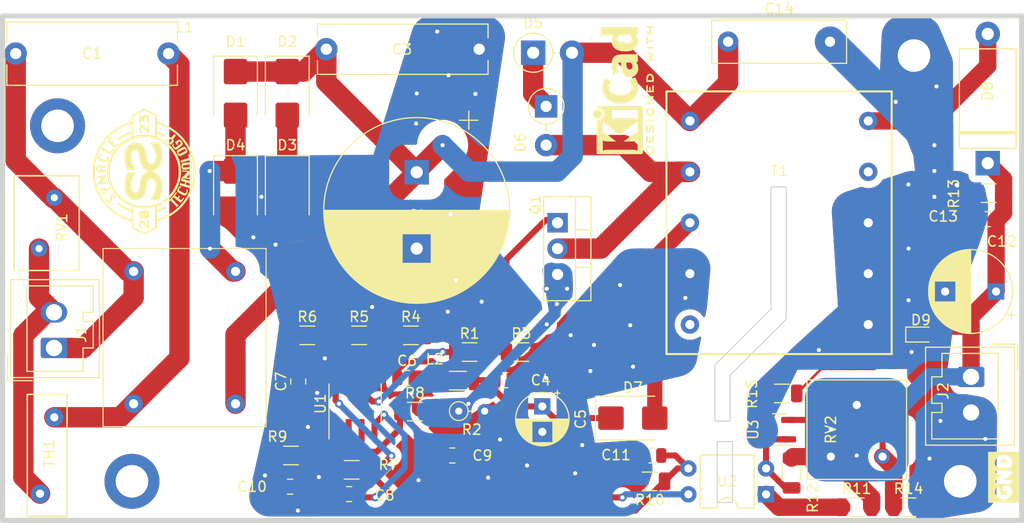
<source format=kicad_pcb>
(kicad_pcb (version 20221018) (generator pcbnew)
  (layers (0 "F.Cu" signal) (31 "B.Cu" signal) (34 "B.Paste" user) (35 "F.Paste" user) (36 "B.SilkS" user "B.Silkscreen") (37 "F.SilkS" user "F.Silkscreen") (38 "B.Mask" user) (39 "F.Mask" user) (44 "Edge.Cuts" user))
  (net 0 "")
  (net 1 "Net-(C1-Pad1)")
  (net 2 "Net-(J1-Pin_1)")
  (net 3 "/D(+)")
  (net 4 "/DGND")
  (net 5 "Net-(D7-K)")
  (net 6 "/18V")
  (net 7 "/5V")
  (net 8 "Net-(U1-RC)")
  (net 9 "/IF")
  (net 10 "/Vfb")
  (net 11 "Net-(U1-COMP)")
  (net 12 "/18V Out")
  (net 13 "/GND")
  (net 14 "Net-(D1-A)")
  (net 15 "Net-(D2-A)")
  (net 16 "Net-(D5-K)")
  (net 17 "Net-(D6-A)")
  (net 18 "Net-(D7-A)")
  (net 19 "Net-(D8-A)")
  (net 20 "Net-(J1-Pin_2)")
  (net 21 "Net-(Q1-G)")
  (net 22 "/ISENSE")
  (net 23 "/Gate")
  (net 24 "Net-(R4-Pad1)")
  (net 25 "Net-(R5-Pad1)")
  (net 26 "Net-(R11-Pad2)")
  (net 27 "Net-(U3-K)")
  (net 28 "Net-(U3-REF)")
  (net 29 "Net-(D9-K)")
  (footprint "Diode_SMD:D_SMB" (layer "F.Cu") (at 129.54 93.59 -90)
    (fp_text reference "D3")
    (fp_text value "S2G" hide)
  )
  (footprint "Varistor:RV_Disc_D9mm_W6.1mm_P5mm" (layer "F.Cu") (at 105.18 99.06 90)
    (fp_text reference "RV1")
    (fp_text value "TVR07471K" hide)
  )
  (footprint "Resistor_SMD:R_1206_3216Metric" (layer "F.Cu") (at 152.5125 109.22)
    (fp_text reference "R3")
    (fp_text value "10K 1/4W" hide)
  )
  (footprint "Capacitor_SMD:C_0805_2012Metric" (layer "F.Cu") (at 129.815132 122.443325 180)
    (fp_text reference "C10")
    (fp_text value "100nF 25V" hide)
  )
  (footprint "Capacitor_SMD:C_0805_2012Metric" (layer "F.Cu") (at 130.612674 112.117253 90)
    (fp_text reference "C7")
    (fp_text value "100nF 25V" hide)
  )
  (footprint "Common_mode:UU10.5" (layer "F.Cu") (at 119.46 107.8)
    (fp_text reference "L1")
    (fp_text value "30mH 2A")
  )
  (footprint "Diode_SMD:D_SMB" (layer "F.Cu") (at 124.46 83.82 -90)
    (fp_text reference "D1")
    (fp_text value "S2G" hide)
  )
  (footprint "Capacitor_SMD:C_0805_2012Metric" (layer "F.Cu") (at 145.73 119.38)
    (fp_text reference "C9")
    (fp_text value "220pF 50V" hide)
  )
  (footprint "Resistor_SMD:R_1206_3216Metric" (layer "F.Cu") (at 147.4325 109.22)
    (fp_text reference "R1")
    (fp_text value "33R 1/4W" hide)
  )
  (footprint "Resistor_SMD:R_1206_3216Metric" (layer "F.Cu") (at 136.590578 107.581566)
    (fp_text reference "R5")
    (fp_text value "100K 1/4W" hide)
  )
  (footprint "Package_SO:SOIC-8_3.9x4.9mm_P1.27mm" (layer "F.Cu") (at 136.195 114.3 90)
    (fp_text reference "U1")
    (fp_text value "UC3842_SOIC8" hide)
  )
  (footprint "Connector_Wago:Wago_734-132_1x02_P3.50mm_Vertical" (layer "F.Cu") (at 196.635706 111.655633 -90)
    (fp_text reference "J2")
    (fp_text value "Screw_Terminal_01x02" hide)
  )
  (footprint "Capacitor_SMD:C_0805_2012Metric" (layer "F.Cu") (at 141.29 111.76)
    (fp_text reference "C6")
    (fp_text value "1uF 25v" hide)
  )
  (footprint "Capacitor_SMD:C_0805_2012Metric" (layer "F.Cu") (at 198.275713 96.166676 180)
    (fp_text reference "C13")
    (fp_text value "1uF 25v" hide)
  )
  (footprint "Diode_THT:D_DO-41_SOD81_P3.81mm_Vertical_AnodeUp" (layer "F.Cu") (at 154.94 85.09 -90)
    (fp_text reference "D6")
    (fp_text value "UF4007" hide)
  )
  (footprint "Capacitor_THT:C_Rect_L16.5mm_W4.7mm_P15.00mm_MKT" (layer "F.Cu") (at 133.371045 79.473437)
    (fp_text reference "C3")
    (fp_text value "100nF 400V" hide)
  )
  (footprint "Package_TO_SOT_THT:TO-220-3_Vertical" (layer "F.Cu") (at 156.061051 96.52 -90)
    (fp_text reference "Q1")
    (fp_text value "6N60N" hide)
  )
  (footprint "Package_DIP:DIP-4_W7.62mm" (layer "F.Cu") (at 176.52 123.195 180)
    (fp_text reference "U2")
    (fp_text value "PC817" hide)
  )
  (footprint "Resistor_SMD:R_1206_3216Metric" (layer "F.Cu") (at 141.670578 107.581566)
    (fp_text reference "R4")
    (fp_text value "100K 1/4W" hide)
  )
  (footprint "Diode_THT:D_DO-15_P3.81mm_Vertical_AnodeUp" (layer "F.Cu") (at 153.67 79.82065)
    (fp_text reference "D5")
    (fp_text value "P6KE200A" hide)
  )
  (footprint "Capacitor_THT:CP_Radial_D18.0mm_P7.50mm" (layer "F.Cu") (at 142.24 91.56 -90)
    (fp_text reference "C2")
    (fp_text value "68uF 400V" hide)
  )
  (footprint "Resistor_SMD:R_1206_3216Metric" (layer "F.Cu") (at 129.90565 119.38 180)
    (fp_text reference "R9")
    (fp_text value "100K 1/4W" hide)
  )
  (footprint "Resistor_SMD:R_1206_3216Metric" (layer "F.Cu") (at 165.1 121.92 180)
    (fp_text reference "R10")
    (fp_text value "1k 1/4W" hide)
  )
  (footprint "Capacitor_THT:CP_Radial_D5.0mm_P2.50mm" (layer "F.Cu") (at 154.568311 114.558398 -90)
    (fp_text reference "C5")
    (fp_text value "47uF 50V" hide)
  )
  (footprint "Resistor_SMD:R_1206_3216Metric" (layer "F.Cu") (at 190.5 124.46)
    (fp_text reference "R14")
    (fp_text value "680R 1/4W" hide)
  )
  (footprint "Resistor_THT:R_Axial_DIN0204_L3.6mm_D1.6mm_P2.54mm_Vertical" (layer "F.Cu") (at 146.368784 115.021838)
    (fp_text reference "R2")
    (fp_text value "0.33R 1/4W" hide)
  )
  (footprint "Connector_Wago:Wago_734-132_1x02_P3.50mm_Vertical" (layer "F.Cu") (at 106.64893 108.820018 90)
    (fp_text reference "J1")
    (fp_text value "Screw_Terminal_01x02" hide)
  )
  (footprint "Resistor_SMD:R_1206_3216Metric" (layer "F.Cu") (at 178.071022 113.284622 180)
    (fp_text reference "R15")
    (fp_text value "4.7k 1/4W" hide)
  )
  (footprint "Diode_SMD:D_SMB" (layer "F.Cu") (at 129.54 83.82 -90)
    (fp_text reference "D2")
    (fp_text value "S2G" hide)
  )
  (footprint "Varistor:RV_Disc_D12mm_W3.9mm_P7.5mm" (layer "F.Cu") (at 106.68 115.63 -90)
    (fp_text reference "TH1")
    (fp_text value "KLS6-MF72-20D11" hide)
  )
  (footprint "Transformer_EE:EE30-10pin" (layer "F.Cu") (at 177.8 96.52)
    (fp_text reference "T1")
    (fp_text value "EE30 0.33mH 50W" hide)
  )
  (footprint "Resistor_SMD:R_1206_3216Metric" (layer "F.Cu") (at 131.510578 107.581566)
    (fp_text reference "R6")
    (fp_text value "100K 1/4W" hide)
  )
  (footprint "Resistor_SMD:R_1206_3216Metric" (layer "F.Cu") (at 185.42 124.46 180)
    (fp_text reference "R11")
    (fp_text value "680R 1/4W" hide)
  )
  (footprint "Resistor_SMD:R_1206_3216Metric" (layer "F.Cu") (at 198.366824 93.615553 180)
    (fp_text reference "R13")
    (fp_text value "2.2k 1/4W" hide)
  )
  (footprint "Resistor_SMD:R_1206_3216Metric" (layer "F.Cu") (at 179.026586 121.101927 90)
    (fp_text reference "R12")
    (fp_text value "4.7k 1/4W" hide)
  )
  (footprint "Package_TO_SOT_SMD:SOT-23" (layer "F.Cu") (at 177.8 116.84 180)
    (fp_text reference "U3")
    (fp_text value "TL431DBZ" hide)
  )
  (footprint "Diode_SMD:D_SMB" (layer "F.Cu") (at 124.46 93.59 -90)
    (fp_text reference "D4")
    (fp_text value "S2G" hide)
  )
  (footprint "Capacitor_THT:C_Rect_L13.0mm_W4.0mm_P10.00mm_FKS3_FKP3_MKS4" (layer "F.Cu") (at 172.8 78.74)
    (fp_text reference "C14")
    (fp_text value "2.2nF 300V" hide)
  )
  (footprint "Capacitor_THT:C_Rect_L16.5mm_W6.0mm_P15.00mm_MKT" (layer "F.Cu") (at 117.892046 79.903714 180)
    (fp_text reference "C1")
    (fp_text value "150nF 305VAC" hide)
  )
  (footprint "Capacitor_THT:CP_Radial_D8.0mm_P5.00mm" (layer "F.Cu") (at 199.095717 103.273374 180)
    (fp_text reference "C12")
    (fp_text value "470uF 25V" hide)
  )
  (footprint "Diode_SMD:D_SMB" (layer "F.Cu") (at 163.453243 115.708543)
    (fp_text reference "D7")
    (fp_text value "ES2D" hide)
  )
  (footprint "Synacle:synacle" (layer "F.Cu") (at 115.5 91.5 90)
    (fp_text reference "G***" hide)
    (fp_text value "LOGO" hide)
  )
  (footprint "silkscreen:GND" (layer "F.Cu") (at 199.741263 121.521506 90)
    (fp_text reference "G***" hide)
    (fp_text value "LOGO" hide)
  )
  (footprint "Capacitor_SMD:C_0805_2012Metric" (layer "F.Cu") (at 165.287012 119.38 180)
    (fp_text reference "C11")
    (fp_text value "100nF 25V" hide)
  )
  (footprint "MountingHole:MountingHole_2.7mm_Pad" (layer "F.Cu") (at 191.036372 80.099981)
    (fp_text reference "REF**" hide)
    (fp_text value "MountingHole_2.7mm_Pad" hide)
  )
  (footprint "Potentiometer_THT:Potentiometer_Bourns_3386F_Vertical" (layer "F.Cu") (at 187.96 119.495 90)
    (fp_text reference "RV2")
    (fp_text value "4.7k")
  )
  (footprint "Resistor_SMD:R_1206_3216Metric" (layer "F.Cu") (at 142.056498 115.067713)
    (fp_text reference "R8")
    (fp_text value "1k 1/4W" hide)
  )
  (footprint "Inductor_SMD:L_1206_3216Metric" (layer "F.Cu") (at 146.280157 112.028181)
    (fp_text reference "L2")
    (fp_text value "100R 100MHz" hide)
  )
  (footprint "" (layer "F.Cu") (at 114.3 121.92)
    (fp_text reference "")
    (fp_text value "")
  )
  (footprint "Capacitor_SMD:C_0805_2012Metric" (layer "F.Cu") (at 135.605269 123.172365 180)
    (fp_text reference "C8")
    (fp_text value "2.2nF 50V" hide)
  )
  (footprint "Diode_SMD:D_0603_1608Metric" (layer "F.Cu") (at 191.714603 107.503762)
    (fp_text reference "D9")
    (fp_text value "LED" hide)
  )
  (footprint "Capacitor_SMD:C_0805_2012Metric" (layer "F.Cu") (at 150.91676 111.987403)
    (fp_text reference "C4")
    (fp_text value "100nF 25V" hide)
  )
  (footprint "Symbol:KiCad-Logo2_5mm_SilkScreen" (layer "F.Cu") (at 162.5 83.5 90)
    (fp_text reference "REF**" hide)
    (fp_text value "KiCad-Logo2_5mm_SilkScreen" hide)
  )
  (footprint "Resistor_SMD:R_1206_3216Metric" (layer "F.Cu") (at 135.852759 120.789164 180)
    (fp_text reference "R7")
    (fp_text value "3.3k 1/4W" hide)
  )
  (footprint "" (layer "F.Cu") (at 195.58 121.92)
    (fp_text reference "")
    (fp_text value "")
  )
  (footprint "Diode_THT:D_DO-27_P12.70mm_Horizontal" (layer "F.Cu") (at 198.275713 90.672179 90)
    (fp_text reference "D8")
    (fp_text value "SB5100L" hide)
  )
  (footprint "" (layer "F.Cu") (at 107 87)
    (fp_text reference "")
    (fp_text value "")
  )
  (gr_line (start 171.730997 118.016749) (end 171.730997 124) (stroke (width 0.1)) (layer "Edge.Cuts"))
  (gr_line (start 173 111.5) (end 178.5 106) (stroke (width 0.1)) (layer "Edge.Cuts"))
  (gr_line (start 173 116) (end 173 111.5) (stroke (width 0.1)) (layer "Edge.Cuts"))
  (gr_line (start 201.6 76.2) (end 201.6 125.76) (stroke (width 0.5)) (layer "Edge.Cuts"))
  (gr_line (start 171.730997 124) (end 173.230997 124) (stroke (width 0.1)) (layer "Edge.Cuts"))
  (gr_line (start 171.5 116) (end 173 116) (stroke (width 0.1)) (layer "Edge.Cuts"))
  (gr_line (start 177 93) (end 177 105) (stroke (width 0.1)) (layer "Edge.Cuts"))
  (gr_line (start 101.6 76.2) (end 201.6 76.2) (stroke (width 0.5)) (layer "Edge.Cuts"))
  (gr_line (start 171.730997 118.016749) (end 173.230997 118.016749) (stroke (width 0.1)) (layer "Edge.Cuts"))
  (gr_line (start 178.5 93) (end 177 93) (stroke (width 0.1)) (layer "Edge.Cuts"))
  (gr_line (start 171.5 110.5) (end 171.5 116) (stroke (width 0.1)) (layer "Edge.Cuts"))
  (gr_line (start 174.5 107.5) (end 171.5 110.5) (stroke (width 0.1)) (layer "Edge.Cuts"))
  (gr_line (start 177 105) (end 174.5 107.5) (stroke (width 0.1)) (layer "Edge.Cuts"))
  (gr_line (start 101.6 76.2) (end 101.6 125.76) (stroke (width 0.5)) (layer "Edge.Cuts"))
  (gr_line (start 101.6 125.76) (end 201.6 125.76) (stroke (width 0.5)) (layer "Edge.Cuts"))
  (gr_line (start 173.230997 118.016749) (end 173.230997 124) (stroke (width 0.1)) (layer "Edge.Cuts"))
  (gr_line (start 178.5 106) (end 178.5 93) (stroke (width 0.1)) (layer "Edge.Cuts"))
  (segment (start 106.68 115.63) (end 113.13 115.63) (width 2) (layer "F.Cu") (net 1))
  (segment (start 114.46 114.3) (end 118.96 109.8) (width 2) (layer "F.Cu") (net 1))
  (segment (start 113.13 115.63) (end 114.46 114.3) (width 2) (layer "F.Cu") (net 1))
  (segment (start 118.96 109.8) (end 118.96 80.971668) (width 2) (layer "F.Cu") (net 1))
  (segment (start 118.96 80.971668) (end 117.892046 79.903714) (width 2) (layer "F.Cu") (net 1))
  (segment (start 114.46 101.3) (end 114.46 103.87291) (width 2) (layer "F.Cu") (net 2))
  (segment (start 102.892046 90.409869) (end 106.611089 94.128912) (width 2) (layer "F.Cu") (net 2))
  (segment (start 113.92 101.3) (end 106.68 94.06) (width 2) (layer "F.Cu") (net 2))
  (segment (start 102.892046 79.903714) (end 102.892046 90.409869) (width 2) (layer "F.Cu") (net 2))
  (segment (start 114.46 101.3) (end 113.92 101.3) (width 2) (layer "F.Cu") (net 2))
  (segment (start 109.512892 108.820018) (end 111.706455 106.626455) (width 2) (layer "F.Cu") (net 2))
  (segment (start 106.64893 108.820018) (end 109.512892 108.820018) (width 2) (layer "F.Cu") (net 2))
  (segment (start 114.46 103.87291) (end 111.706455 106.626455) (width 2) (layer "F.Cu") (net 2))
  (segment (start 162.35065 79.82065) (end 157.48 79.82065) (width 2) (layer "F.Cu") (net 3))
  (segment (start 129.54 81.67) (end 131.174482 81.67) (width 2) (layer "F.Cu") (net 3))
  (segment (start 133.371045 79.473437) (end 133.371045 82.691045) (width 2) (layer "F.Cu") (net 3))
  (segment (start 142.24 91.56) (end 135.69 98.11) (width 2) (layer "F.Cu") (net 3))
  (segment (start 132.454846 104.14) (end 130.048078 106.546768) (width 2) (layer "F.Cu") (net 3))
  (segment (start 131.174482 81.67) (end 133.371045 79.473437) (width 2) (layer "F.Cu") (net 3))
  (segment (start 132.792288 104.14) (end 132.454846 104.14) (width 2) (layer "F.Cu") (net 3))
  (segment (start 124.46 81.67) (end 129.54 81.67) (width 2) (layer "F.Cu") (net 3))
  (segment (start 142.24 91.56) (end 142.24 91.44) (width 2) (layer "F.Cu") (net 3))
  (segment (start 133.371045 82.691045) (end 142.24 91.56) (width 2) (layer "F.Cu") (net 3))
  (segment (start 135.69 101.242288) (end 132.792288 104.14) (width 2) (layer "F.Cu") (net 3))
  (segment (start 169.05 86.52) (end 162.35065 79.82065) (width 2) (layer "F.Cu") (net 3))
  (segment (start 135.69 98.11) (end 135.69 101.242288) (width 2) (layer "F.Cu") (net 3))
  (segment (start 142.24 91.44) (end 144.78 88.9) (width 2) (layer "F.Cu") (net 3))
  (segment (start 130.048078 106.546768) (end 130.048078 107.581566) (width 2) (layer "F.Cu") (net 3))
  (segment (start 172.8 78.74) (end 172.8 82.77) (width 2) (layer "F.Cu") (net 3))
  (segment (start 172.8 82.77) (end 169.05 86.52) (width 2) (layer "F.Cu") (net 3))
  (via (at 144.78 88.9) (size 0.8) (drill 0.4) (layers "F.Cu" "B.Cu") (net 3))
  (segment (start 144.78 88.9) (end 147.38 91.5) (width 2) (layer "B.Cu") (net 3))
  (segment (start 147.38 91.5) (end 156.016956 91.5) (width 2) (layer "B.Cu") (net 3))
  (segment (start 157.54 89.976956) (end 157.54 79.88065) (width 2) (layer "B.Cu") (net 3))
  (segment (start 156.016956 91.5) (end 157.54 89.976956) (width 2) (layer "B.Cu") (net 3))
  (segment (start 157.54 79.88065) (end 157.48 79.82065) (width 2) (layer "B.Cu") (net 3))
  (via (at 157.348632 107.575004) (size 0.8) (drill 0.4) (layers "F.Cu" "B.Cu") (net 4))
  (via (at 145.285574 105.255566) (size 0.8) (drill 0.4) (layers "F.Cu" "B.Cu") (net 4))
  (via (at 142.178341 86.773399) (size 0.8) (drill 0.4) (layers "F.Cu" "B.Cu") (net 4))
  (via (at 163.192088 106.587934) (size 0.8) (drill 0.4) (layers "F.Cu" "B.Cu") (net 4))
  (via (at 128.38549 98.668859) (size 0.8) (drill 0.4) (layers "F.Cu" "B.Cu") (net 4))
  (via (at 149.249972 121.556517) (size 0.8) (drill 0.4) (layers "F.Cu" "B.Cu") (net 4))
  (via (at 158.483064 118.360766) (size 0.8) (drill 0.4) (layers "F.Cu" "B.Cu") (net 4))
  (via (at 159.28329 111.088973) (size 0.8) (drill 0.4) (layers "F.Cu" "B.Cu") (net 4))
  (via (at 142.24 83.82) (size 0.8) (drill 0.4) (layers "F.Cu" "B.Cu") (net 4))
  (via (at 145.362093 82.031112) (size 0.8) (drill 0.4) (layers "F.Cu" "B.Cu") (net 4))
  (via (at 127 93.98) (size 0.8) (drill 0.4) (layers "F.Cu" "B.Cu") (net 4))
  (via (at 144.24612 77.74306) (size 0.8) (drill 0.4) (layers "F.Cu" "B.Cu") (net 4))
  (via (at 142.42458 121.806264) (size 0.8) (drill 0.4) (layers "F.Cu" "B.Cu") (net 4))
  (via (at 145.563051 95.661491) (size 0.8) (drill 0.4) (layers "F.Cu" "B.Cu") (net 4))
  (via (at 150.419357 117.814487) (size 0.8) (drill 0.4) (layers "F.Cu" "B.Cu") (net 4))
  (via (at 132.641825 121.49863) (size 0.8) (drill 0.4) (layers "F.Cu" "B.Cu") (net 4))
  (via (at 153.068709 120.360385) (size 0.8) (drill 0.4) (layers "F.Cu" "B.Cu") (net 4))
  (via (at 126.211049 97.952573) (size 0.8) (drill 0.4) (layers "F.Cu" "B.Cu") (net 4))
  (via (at 137.8716 104.794115) (size 0.8) (drill 0.4) (layers "F.Cu" "B.Cu") (net 4))
  (via (at 157.786479 121.127742) (size 0.8) (drill 0.4) (layers "F.Cu" "B.Cu") (net 4))
  (via (at 163.468467 110.654663) (size 0.8) (drill 0.4) (layers "F.Cu" "B.Cu") (net 4))
  (via (at 133.226329 109.839309) (size 0.8) (drill 0.4) (layers "F.Cu" "B.Cu") (net 4))
  (via (at 131.565107 116.57649) (size 0.8) (drill 0.4) (layers "F.Cu" "B.Cu") (net 4))
  (via (at 132.471018 113.233204) (size 0.8) (drill 0.4) (layers "F.Cu" "B.Cu") (net 4))
  (via (at 148.001308 83.870565) (size 0.8) (drill 0.4) (layers "F.Cu" "B.Cu") (net 4))
  (via (at 162.205018 102.639653) (size 0.8) (drill 0.4) (layers "F.Cu" "B.Cu") (net 4))
  (via (at 146.096032 102.165859) (size 0.8) (drill 0.4) (layers "F.Cu" "B.Cu") (net 4))
  (via (at 127.350524 121.344813) (size 0.8) (drill 0.4) (layers "F.Cu" "B.Cu") (net 4))
  (via (at 168.601232 103.903103) (size 0.8) (drill 0.4) (layers "F.Cu" "B.Cu") (net 4))
  (via (at 159.638635 108.522591) (size 0.8) (drill 0.4) (layers "F.Cu" "B.Cu") (net 4))
  (via (at 148.608019 104.271138) (size 0.8) (drill 0.4) (layers "F.Cu" "B.Cu") (net 4))
  (via (at 130.580679 124.790312) (size 0.8) (drill 0.4) (layers "F.Cu" "B.Cu") (net 4))
  (via (at 141.723784 113.271092) (size 0.8) (drill 0.4) (layers "F.Cu" "B.Cu") (net 4))
  (via (at 154.94 111.76) (size 0.8) (drill 0.4) (layers "F.Cu" "B.Cu") (net 4))
  (segment (start 151.513797 114.558398) (end 149.96676 113.011361) (width 0.6) (layer "F.Cu") (net 5))
  (segment (start 147.895935 111.987403) (end 147.855157 112.028181) (width 0.6) (layer "F.Cu") (net 5))
  (segment (start 154.568311 114.558398) (end 151.513797 114.558398) (width 0.6) (layer "F.Cu") (net 5))
  (segment (start 143.269644 107.445) (end 146.765774 107.445) (width 0.6) (layer "F.Cu") (net 5))
  (segment (start 146.765774 107.445) (end 147.4325 108.111726) (width 0.6) (layer "F.Cu") (net 5))
  (segment (start 147.4325 111.605524) (end 147.855157 112.028181) (width 0.6) (layer "F.Cu") (net 5))
  (segment (start 149.96676 111.987403) (end 147.895935 111.987403) (width 0.6) (layer "F.Cu") (net 5))
  (segment (start 161.303243 115.708543) (end 155.718456 115.708543) (width 0.6) (layer "F.Cu") (net 5))
  (segment (start 149.96676 113.011361) (end 149.96676 111.987403) (width 0.6) (layer "F.Cu") (net 5))
  (segment (start 147.4325 108.111726) (end 147.4325 111.605524) (width 0.6) (layer "F.Cu") (net 5))
  (segment (start 155.718456 115.708543) (end 154.568311 114.558398) (width 0.6) (layer "F.Cu") (net 5))
  (segment (start 143.133078 107.581566) (end 143.269644 107.445) (width 0.6) (layer "F.Cu") (net 5))
  (segment (start 135.56 110.63092) (end 136.434354 109.756566) (width 0.6) (layer "F.Cu") (net 6))
  (segment (start 139.7 109.756566) (end 140.34 110.396566) (width 0.6) (layer "F.Cu") (net 6))
  (segment (start 141.24 110.135) (end 140.34 111.035) (width 0.6) (layer "F.Cu") (net 6))
  (segment (start 140.34 111.035) (end 140.34 111.76) (width 0.6) (layer "F.Cu") (net 6))
  (segment (start 143.761976 110.135) (end 141.24 110.135) (width 0.6) (layer "F.Cu") (net 6))
  (segment (start 144.705157 111.078181) (end 143.761976 110.135) (width 0.6) (layer "F.Cu") (net 6))
  (segment (start 140.34 110.396566) (end 140.34 111.76) (width 0.6) (layer "F.Cu") (net 6))
  (segment (start 135.56 111.825) (end 135.56 110.63092) (width 0.6) (layer "F.Cu") (net 6))
  (segment (start 144.705157 112.028181) (end 144.705157 111.078181) (width 0.6) (layer "F.Cu") (net 6))
  (segment (start 136.434354 109.756566) (end 139.7 109.756566) (width 0.6) (layer "F.Cu") (net 6))
  (segment (start 140.02346 123.497365) (end 162.439907 123.497365) (width 0.6) (layer "F.Cu") (net 7))
  (segment (start 138.388394 120.789164) (end 137.315259 120.789164) (width 0.6) (layer "F.Cu") (net 7))
  (segment (start 133.632253 111.167253) (end 134.29 111.825) (width 0.6) (layer "F.Cu") (net 7))
  (segment (start 137.315259 120.789164) (end 140.02346 123.497365) (width 0.6) (layer "F.Cu") (net 7))
  (segment (start 130.612674 111.167253) (end 133.632253 111.167253) (width 0.6) (layer "F.Cu") (net 7))
  (segment (start 134.29 111.825) (end 134.29 113.97) (width 0.6) (layer "F.Cu") (net 7))
  (segment (start 134.29 113.97) (end 134.62 114.3) (width 0.6) (layer "F.Cu") (net 7))
  (segment (start 139.748779 119.428779) (end 138.388394 120.789164) (width 0.6) (layer "F.Cu") (net 7))
  (via (at 139.748779 119.428779) (size 0.8) (drill 0.4) (layers "F.Cu" "B.Cu") (net 7))
  (via (at 134.62 114.3) (size 0.8) (drill 0.4) (layers "F.Cu" "B.Cu") (net 7))
  (via (at 162.439907 123.497365) (size 0.8) (drill 0.4) (layers "F.Cu" "B.Cu") (net 7))
  (segment (start 162.742272 123.195) (end 168.9 123.195) (width 0.6) (layer "B.Cu") (net 7))
  (segment (start 162.439907 123.497365) (end 162.742272 123.195) (width 0.6) (layer "B.Cu") (net 7))
  (segment (start 134.62 114.3) (end 139.748779 119.428779) (width 0.6) (layer "B.Cu") (net 7))
  (segment (start 134.390259 120.434938) (end 136.555269 122.599948) (width 0.6) (layer "F.Cu") (net 8))
  (segment (start 134.390259 120.789164) (end 134.390259 120.434938) (width 0.6) (layer "F.Cu") (net 8))
  (segment (start 136.871753 123.488849) (end 136.555269 123.172365) (width 0.6) (layer "F.Cu") (net 8))
  (segment (start 138.1 116.775) (end 138.1 116.306998) (width 0.6) (layer "F.Cu") (net 8))
  (segment (start 138.1 116.306998) (end 139.031498 115.3755) (width 0.6) (layer "F.Cu") (net 8))
  (segment (start 136.555269 122.599948) (end 136.555269 123.172365) (width 0.6) (layer "F.Cu") (net 8))
  (segment (start 138.176466 123.488849) (end 136.871753 123.488849) (width 0.6) (layer "F.Cu") (net 8))
  (via (at 139.031498 115.3755) (size 0.8) (drill 0.4) (layers "F.Cu" "B.Cu") (net 8))
  (via (at 138.176466 123.488849) (size 0.8) (drill 0.4) (layers "F.Cu" "B.Cu") (net 8))
  (segment (start 139.031498 115.3755) (end 141.048779 117.392781) (width 0.6) (layer "B.Cu") (net 8))
  (segment (start 141.048779 117.392781) (end 141.048779 120.616536) (width 0.6) (layer "B.Cu") (net 8))
  (segment (start 141.048779 120.616536) (end 138.176466 123.488849) (width 0.6) (layer "B.Cu") (net 8))
  (segment (start 144.78 119.38) (end 140.593998 115.193998) (width 0.6) (layer "F.Cu") (net 9))
  (segment (start 140.593998 115.193998) (end 140.593998 115.067713) (width 0.6) (layer "F.Cu") (net 9))
  (segment (start 140.593998 115.067713) (end 140.593998 116.745082) (width 0.6) (layer "F.Cu") (net 9))
  (segment (start 138.324916 119.014164) (end 137.16 119.014164) (width 0.6) (layer "F.Cu") (net 9))
  (segment (start 140.593998 116.745082) (end 138.324916 119.014164) (width 0.6) (layer "F.Cu") (net 9))
  (segment (start 136.83 118.684164) (end 136.83 116.775) (width 0.6) (layer "F.Cu") (net 9))
  (segment (start 137.16 119.014164) (end 136.83 118.684164) (width 0.6) (layer "F.Cu") (net 9))
  (segment (start 132.09815 118.65) (end 134.87908 118.65) (width 0.6) (layer "F.Cu") (net 10))
  (segment (start 167.625 119.38) (end 168.9 120.655) (width 0.6) (layer "F.Cu") (net 10))
  (segment (start 130.765132 119.983018) (end 131.36815 119.38) (width 0.6) (layer "F.Cu") (net 10))
  (segment (start 166.237012 119.38) (end 167.625 119.38) (width 0.6) (layer "F.Cu") (net 10))
  (segment (start 167.8275 120.655) (end 166.5625 121.92) (width 0.6) (layer "F.Cu") (net 10))
  (segment (start 168.9 120.655) (end 167.8275 120.655) (width 0.6) (layer "F.Cu") (net 10))
  (segment (start 135.56 117.96908) (end 135.56 116.775) (width 0.6) (layer "F.Cu") (net 10))
  (segment (start 134.87908 118.65) (end 135.56 117.96908) (width 0.6) (layer "F.Cu") (net 10))
  (segment (start 133.119172 124.797365) (end 130.765132 122.443325) (width 0.6) (layer "F.Cu") (net 10))
  (segment (start 166.5625 121.92) (end 163.685135 124.797365) (width 0.6) (layer "F.Cu") (net 10))
  (segment (start 130.765132 122.443325) (end 130.765132 119.983018) (width 0.6) (layer "F.Cu") (net 10))
  (segment (start 163.685135 124.797365) (end 133.119172 124.797365) (width 0.6) (layer "F.Cu") (net 10))
  (segment (start 131.36815 119.38) (end 132.09815 118.65) (width 0.6) (layer "F.Cu") (net 10))
  (segment (start 131.026629 115.27649) (end 132.79149 115.27649) (width 0.6) (layer "F.Cu") (net 11))
  (segment (start 128.865132 119.801982) (end 128.44315 119.38) (width 0.6) (layer "F.Cu") (net 11))
  (segment (start 132.79149 115.27649) (end 134.29 116.775) (width 0.6) (layer "F.Cu") (net 11))
  (segment (start 128.865132 122.443325) (end 128.865132 119.801982) (width 0.6) (layer "F.Cu") (net 11))
  (segment (start 128.44315 117.859969) (end 131.026629 115.27649) (width 0.6) (layer "F.Cu") (net 11))
  (segment (start 128.44315 119.38) (end 128.44315 117.859969) (width 0.6) (layer "F.Cu") (net 11))
  (segment (start 192.914603 107.091262) (end 192.914603 107.503762) (width 1.7) (layer "F.Cu") (net 12))
  (segment (start 196.635706 106.68) (end 196.635706 105.733385) (width 1.7) (layer "F.Cu") (net 12))
  (segment (start 185.42 116.955) (end 182.88 119.495) (width 1.7) (layer "F.Cu") (net 12))
  (segment (start 199.829324 93.615553) (end 199.829324 92.22579) (width 1.7) (layer "F.Cu") (net 12))
  (segment (start 199.829324 93.615553) (end 199.829324 95.563065) (width 1.7) (layer "F.Cu") (net 12))
  (segment (start 199.829324 92.22579) (end 198.275713 90.672179) (width 1.7) (layer "F.Cu") (net 12))
  (segment (start 185.42 114.415) (end 185.42 116.955) (width 1.7) (layer "F.Cu") (net 12))
  (segment (start 199.095717 103.273374) (end 199.095717 96.296672) (width 1.7) (layer "F.Cu") (net 12))
  (segment (start 196.635706 111.655633) (end 196.635706 106.68) (width 1.7) (layer "F.Cu") (net 12))
  (segment (start 196.635706 106.68) (end 193.325865 106.68) (width 1.7) (layer "F.Cu") (net 12))
  (segment (start 182.88 119.495) (end 179.171013 119.495) (width 1.7) (layer "F.Cu") (net 12))
  (segment (start 199.095717 96.296672) (end 199.225713 96.166676) (width 1.7) (layer "F.Cu") (net 12))
  (segment (start 193.325865 106.68) (end 192.914603 107.091262) (width 1.7) (layer "F.Cu") (net 12))
  (segment (start 186.8825 123.4975) (end 182.88 119.495) (width 1.7) (layer "F.Cu") (net 12))
  (segment (start 179.171013 119.495) (end 179.026586 119.639427) (width 1.7) (layer "F.Cu") (net 12))
  (segment (start 196.635706 105.733385) (end 199.095717 103.273374) (width 1.7) (layer "F.Cu") (net 12))
  (segment (start 186.8825 124.46) (end 186.8825 123.4975) (width 1.7) (layer "F.Cu") (net 12))
  (segment (start 199.829324 95.563065) (end 199.225713 96.166676) (width 1.7) (layer "F.Cu") (net 12))
  (via (at 182.88 116.84) (size 0.8) (drill 0.4) (layers "F.Cu" "B.Cu") (net 12))
  (via (at 185.42 119.38) (size 0.8) (drill 0.4) (layers "F.Cu" "B.Cu") (net 12))
  (segment (start 192.618469 111.655633) (end 196.635706 111.655633) (width 1.7) (layer "B.Cu") (net 12))
  (segment (start 189.859102 114.415) (end 192.618469 111.655633) (width 1.7) (layer "B.Cu") (net 12))
  (segment (start 185.42 114.415) (end 189.859102 114.415) (width 1.7) (layer "B.Cu") (net 12))
  (via (at 190.488512 92.76852) (size 0.8) (drill 0.4) (layers "F.Cu" "B.Cu") (net 13))
  (via (at 190.5 104.14) (size 0.8) (drill 0.4) (layers "F.Cu" "B.Cu") (net 13))
  (via (at 195.215166 92.81441) (size 0.8) (drill 0.4) (layers "F.Cu" "B.Cu") (net 13))
  (via (at 193.04 88.9) (size 0.8) (drill 0.4) (layers "F.Cu" "B.Cu") (net 13))
  (via (at 193.04 93.98) (size 0.8) (drill 0.4) (layers "F.Cu" "B.Cu") (net 13))
  (via (at 193.04 91.44) (size 0.8) (drill 0.4) (layers "F.Cu" "B.Cu") (net 13))
  (via (at 190.799823 109.22) (size 0.8) (drill 0.4) (layers "F.Cu" "B.Cu") (net 13))
  (via (at 193.241902 83.131652) (size 0.8) (drill 0.4) (layers "F.Cu" "B.Cu") (net 13))
  (via (at 193.631492 115.982691) (size 0.8) (drill 0.4) (layers "F.Cu" "B.Cu") (net 13))
  (via (at 190.5 99.06) (size 0.8) (drill 0.4) (layers "F.Cu" "B.Cu") (net 13))
  (via (at 189.249486 84.646017) (size 0.8) (drill 0.4) (layers "F.Cu" "B.Cu") (net 13))
  (via (at 181.705169 109.020117) (size 0.8) (drill 0.4) (layers "F.Cu" "B.Cu") (net 13))
  (via (at 192.562435 119.688485) (size 0.8) (drill 0.4) (layers "F.Cu" "B.Cu") (net 13))
  (via (at 198.035115 117.751998) (size 0.8) (drill 0.4) (layers "F.Cu" "B.Cu") (net 13))
  (segment (start 193.04 88.98) (end 193.04 88.98) (width 3) (layer "B.Cu") (net 13))
  (segment (start 182.8 78.74) (end 188.706017 84.646017) (width 3) (layer "B.Cu") (net 13))
  (segment (start 189.249486 85.189486) (end 192.96 88.9) (width 3) (layer "B.Cu") (net 13))
  (segment (start 193.04 88.98) (end 193.04 91.44) (width 3) (layer "B.Cu") (net 13))
  (segment (start 192.96 88.9) (end 193.04 88.9) (width 3) (layer "B.Cu") (net 13))
  (segment (start 193.04 91.44) (end 193.04 93.98) (width 3) (layer "B.Cu") (net 13))
  (segment (start 193.04 88.9) (end 193.04 88.98) (width 3) (layer "B.Cu") (net 13))
  (segment (start 188.706017 84.646017) (end 189.249486 84.646017) (width 3) (layer "B.Cu") (net 13))
  (segment (start 189.249486 84.646017) (end 189.249486 85.189486) (width 3) (layer "B.Cu") (net 13))
  (segment (start 124.46 91.44) (end 121.96 91.44) (width 2) (layer "F.Cu") (net 14))
  (segment (start 124.2 101.3) (end 121.96 99.06) (width 2) (layer "F.Cu") (net 14))
  (segment (start 124.46 101.3) (end 124.2 101.3) (width 2) (layer "F.Cu") (net 14))
  (segment (start 124.46 91.44) (end 124.46 85.97) (width 2) (layer "F.Cu") (net 14))
  (via (at 121.96 99.06) (size 0.8) (drill 0.4) (layers "F.Cu" "B.Cu") (net 14))
  (via (at 121.92 91.44) (size 0.8) (drill 0.4) (layers "F.Cu" "B.Cu") (net 14))
  (segment (start 121.96 91.48) (end 121.92 91.44) (width 2) (layer "B.Cu") (net 14))
  (segment (start 121.96 99.06) (end 121.96 91.48) (width 2) (layer "B.Cu") (net 14))
  (segment (start 124.46 107.52254) (end 132.19 99.79254) (width 2) (layer "F.Cu") (net 15))
  (segment (start 130.69 91.44) (end 129.54 91.44) (width 2) (layer "F.Cu") (net 15))
  (segment (start 132.19 92.94) (end 130.69 91.44) (width 2) (layer "F.Cu") (net 15))
  (segment (start 129.54 91.44) (end 129.54 85.97) (width 2) (layer "F.Cu") (net 15))
  (segment (start 124.46 114.3) (end 124.46 107.52254) (width 2) (layer "F.Cu") (net 15))
  (segment (start 132.19 99.79254) (end 132.19 92.94) (width 2) (layer "F.Cu") (net 15))
  (segment (start 153.67 79.82065) (end 153.67 83.82) (width 2) (layer "F.Cu") (net 16))
  (segment (start 153.67 83.82) (end 154.94 85.09) (width 2) (layer "F.Cu") (net 16))
  (segment (start 169.05 91.52) (end 165.18 91.52) (width 2) (layer "F.Cu") (net 17))
  (segment (start 156.061051 99.06) (end 160.28746 99.06) (width 2) (layer "F.Cu") (net 17))
  (segment (start 167.82746 91.52) (end 169.05 91.52) (width 2) (layer "F.Cu") (net 17))
  (segment (start 160.28746 99.06) (end 167.82746 91.52) (width 2) (layer "F.Cu") (net 17))
  (segment (start 162.56 88.9) (end 154.94 88.9) (width 2) (layer "F.Cu") (net 17))
  (segment (start 165.18 91.52) (end 162.56 88.9) (width 2) (layer "F.Cu") (net 17))
  (segment (start 165.603243 115.708543) (end 165.603243 99.966757) (width 1.5) (layer "F.Cu") (net 18))
  (segment (start 165.603243 99.966757) (end 169.05 96.52) (width 1.5) (layer "F.Cu") (net 18))
  (segment (start 198.275713 77.972179) (end 198.275713 81.124287) (width 1.7) (layer "F.Cu") (net 19))
  (segment (start 192.88 86.52) (end 186.55 86.52) (width 1.7) (layer "F.Cu") (net 19))
  (segment (start 198.275713 81.124287) (end 192.88 86.52) (width 1.7) (layer "F.Cu") (net 19))
  (segment (start 105.906289 105.320018) (end 106.64893 105.320018) (width 2) (layer "F.Cu") (net 20))
  (segment (start 105.18 99.06) (end 105.18 103.851088) (width 2) (layer "F.Cu") (net 20))
  (segment (start 106.64893 105.320018) (end 105.18 103.851088) (width 2) (layer "F.Cu") (net 20))
  (segment (start 105.28 123.13) (end 103.64893 121.49893) (width 2) (layer "F.Cu") (net 20))
  (segment (start 103.64893 107.577377) (end 105.906289 105.320018) (width 2) (layer "F.Cu") (net 20))
  (segment (start 103.64893 121.49893) (end 103.64893 107.577377) (width 2) (layer "F.Cu") (net 20))
  (segment (start 154.901253 96.26) (end 156.061051 96.26) (width 0.6) (layer "F.Cu") (net 21))
  (segment (start 151.05 109.22) (end 151.05 100.111253) (width 0.6) (layer "F.Cu") (net 21))
  (segment (start 151.05 100.111253) (end 154.901253 96.26) (width 0.6) (layer "F.Cu") (net 21))
  (segment (start 151.05 109.22) (end 148.895 109.22) (width 0.6) (layer "F.Cu") (net 21))
  (segment (start 146.598162 115.021838) (end 147.32 114.3) (width 0.6) (layer "F.Cu") (net 22))
  (segment (start 146.368784 115.021838) (end 146.598162 115.021838) (width 0.6) (layer "F.Cu") (net 22))
  (segment (start 143.564873 115.021838) (end 143.518998 115.067713) (width 0.6) (layer "F.Cu") (net 22))
  (segment (start 146.368784 115.021838) (end 143.564873 115.021838) (width 0.6) (layer "F.Cu") (net 22))
  (via (at 155 103) (size 0.8) (drill 0.4) (layers "F.Cu" "B.Cu") (net 22))
  (via (at 156 104.5) (size 0.8) (drill 0.4) (layers "F.Cu" "B.Cu") (net 22))
  (via (at 147.32 114.3) (size 0.8) (drill 0.4) (layers "F.Cu" "B.Cu") (net 22))
  (via (at 157 103) (size 0.8) (drill 0.4) (layers "F.Cu" "B.Cu") (net 22))
  (via (at 155 106.5) (size 0.8) (drill 0.4) (layers "F.Cu" "B.Cu") (net 22))
  (segment (start 155.12 106.5) (end 156.061051 105.558949) (width 0.6) (layer "B.Cu") (net 22))
  (segment (start 156.061051 104.561051) (end 156 104.5) (width 0.6) (layer "B.Cu") (net 22))
  (segment (start 155 106.5) (end 155.12 106.5) (width 0.6) (layer "B.Cu") (net 22))
  (segment (start 147.32 114.3) (end 155 106.62) (width 0.6) (layer "B.Cu") (net 22))
  (segment (start 156 104.5) (end 156.061051 104.438949) (width 0.6) (layer "B.Cu") (net 22))
  (segment (start 155 106.62) (end 155 106.5) (width 0.6) (layer "B.Cu") (net 22))
  (segment (start 156.061051 104.438949) (end 156.061051 101.6) (width 0.6) (layer "B.Cu") (net 22))
  (segment (start 156.061051 105.558949) (end 156.061051 104.561051) (width 0.6) (layer "B.Cu") (net 22))
  (segment (start 136.83 113.01908) (end 136.83 111.825) (width 0.6) (layer "F.Cu") (net 23))
  (segment (start 145.97 109.22) (end 144.78 109.22) (width 0.6) (layer "F.Cu") (net 23))
  (segment (start 137.883473 114.072553) (end 136.83 113.01908) (width 0.6) (layer "F.Cu") (net 23))
  (segment (start 138.520467 114.072553) (end 137.883473 114.072553) (width 0.6) (layer "F.Cu") (net 23))
  (via (at 144.78 109.22) (size 0.8) (drill 0.4) (layers "F.Cu" "B.Cu") (net 23))
  (via (at 138.520467 114.072553) (size 0.8) (drill 0.4) (layers "F.Cu" "B.Cu") (net 23))
  (segment (start 143.37302 109.22) (end 138.520467 114.072553) (width 0.6) (layer "B.Cu") (net 23))
  (segment (start 144.78 109.22) (end 143.37302 109.22) (width 0.6) (layer "B.Cu") (net 23))
  (segment (start 140.208078 107.581566) (end 138.053078 107.581566) (width 1.6) (layer "F.Cu") (net 24))
  (segment (start 135.128078 107.581566) (end 132.973078 107.581566) (width 1.6) (layer "F.Cu") (net 25))
  (segment (start 183.9575 124.46) (end 177.785 124.46) (width 1.7) (layer "F.Cu") (net 26))
  (segment (start 177.785 124.46) (end 176.52 123.195) (width 1.7) (layer "F.Cu") (net 26))
  (segment (start 179.026586 122.564427) (end 178.429427 122.564427) (width 0.6) (layer "F.Cu") (net 27))
  (segment (start 176.52 118.399621) (end 177.129621 117.79) (width 0.6) (layer "F.Cu") (net 27))
  (segment (start 176.52 120.655) (end 176.52 118.399621) (width 0.6) (layer "F.Cu") (net 27))
  (segment (start 177.129621 117.79) (end 178.7375 117.79) (width 0.6) (layer "F.Cu") (net 27))
  (segment (start 178.429427 122.564427) (end 176.52 120.655) (width 0.6) (layer "F.Cu") (net 27))
  (segment (start 181.171066 115.89) (end 184.49086 112.570206) (width 0.6) (layer "F.Cu") (net 28))
  (segment (start 178.7375 115.89) (end 181.171066 115.89) (width 0.6) (layer "F.Cu") (net 28))
  (segment (start 187.96 119.38) (end 187.96 119.495) (width 0.6) (layer "F.Cu") (net 28))
  (segment (start 189.0375 120.5725) (end 187.96 119.495) (width 1.7) (layer "F.Cu") (net 28))
  (segment (start 187.488882 112.570206) (end 189.459011 114.540335) (width 0.6) (layer "F.Cu") (net 28))
  (segment (start 184.49086 112.570206) (end 187.488882 112.570206) (width 0.6) (layer "F.Cu") (net 28))
  (segment (start 189.0375 124.46) (end 189.0375 120.5725) (width 1.7) (layer "F.Cu") (net 28))
  (segment (start 189.459011 114.540335) (end 189.459011 115.611057) (width 0.6) (layer "F.Cu") (net 28))
  (segment (start 189.459011 115.611057) (end 187.96 117.110068) (width 0.6) (layer "F.Cu") (net 28))
  (segment (start 187.96 117.110068) (end 187.96 119.38) (width 0.6) (layer "F.Cu") (net 28))
  (segment (start 179.533522 113.284622) (end 181.939567 110.878577) (width 0.25) (layer "F.Cu") (net 29))
  (segment (start 187.171111 110.878577) (end 189.553333 108.496355) (width 0.25) (layer "F.Cu") (net 29))
  (segment (start 181.939567 110.878577) (end 187.171111 110.878577) (width 0.25) (layer "F.Cu") (net 29))
  (segment (start 189.574823 108.496355) (end 189.574823 107.641087) (width 0.25) (layer "F.Cu") (net 29))
  (segment (start 189.712148 107.503762) (end 189.574823 107.641087) (width 0.25) (layer "F.Cu") (net 29))
  (segment (start 189.553333 108.496355) (end 189.574823 108.496355) (width 0.25) (layer "F.Cu") (net 29))
  (segment (start 190.927103 107.503762) (end 189.712148 107.503762) (width 0.25) (layer "F.Cu") (net 29))
  (zone (net 4) (net_name "/DGND") (layer "F.Cu") (connect_pads yes (clearance 0.5)) (min_thickness 0.25) (fill yes (thermal_gap 0.5) (thermal_bridge_width 0.5) (smoothing fillet) (radius 2))
    (polygon (pts (xy 142.24 76.2) (xy 149.86 76.2) (xy 151.010578 77.699421) (xy 147.036731 104.467692) (xy 131.196538 104.798846) (xy 121.151537 96.906346) (xy 121.372306 89.952114) (xy 137.985192 89.84173)))
  )
  (zone (net 4) (net_name "/DGND") (layers "F&B.Cu") (priority 3) (connect_pads yes (clearance 0.5)) (min_thickness 0.25) (fill yes (thermal_gap 0.5) (thermal_bridge_width 0.5) (smoothing fillet) (radius 2))
    (polygon (pts (xy 127 99.06) (xy 139.7 96.52) (xy 147.991257 96.659254) (xy 155.214836 105.217124) (xy 158.61958 112.210653) (xy 159.723821 118.145951) (xy 164.922958 117.82388) (xy 165.429069 120.814534) (xy 163.956747 125.36953) (xy 125.308298 125.36953) (xy 127.516781 115.661408) (xy 128.759053 106.367376)))
  )
  (zone (net 13) (net_name "/GND") (layers "F&B.Cu") (priority 8) (connect_pads yes (clearance 0.5)) (min_thickness 0.25) (fill yes (thermal_gap 0.5) (thermal_bridge_width 0.5) (smoothing fillet) (radius 2))
    (polygon (pts (xy 187.96 76.2) (xy 193.04 76.2) (xy 194.856542 80.504225) (xy 194.92991 95.128809) (xy 191.579462 95.17772) (xy 190.968066 89.919718) (xy 187.690985 81.824839)))
  )
  (zone (net 4) (net_name "/DGND") (layers "F&B.Cu") (priority 6) (connect_pads yes (clearance 0.5)) (min_thickness 0.25) (fill yes (thermal_gap 0.5) (thermal_bridge_width 0.5) (smoothing fillet) (radius 2))
    (polygon (pts (xy 162.56 99.06) (xy 171.235377 99.002695) (xy 170.731916 104.777693) (xy 169.48807 111.26346) (xy 150.356539 115.942689) (xy 151.096923 111.056153) (xy 154.858076 107.650385)))
  )
  (zone (net 12) (net_name "/18V Out") (layers "F&B.Cu") (priority 9) (connect_pads yes (clearance 0.5)) (min_thickness 0.25) (fill yes (thermal_gap 0.5) (thermal_bridge_width 0.5) (smoothing fillet) (radius 2))
    (polygon (pts (xy 180.34 111.76) (xy 190.5 111.76) (xy 190.5 121.92) (xy 180.34 121.92)))
  )
  (zone (net 22) (net_name "/ISENSE") (layers "F&B.Cu") (priority 5) (connect_pads yes (clearance 0.5)) (min_thickness 0.25) (fill yes (thermal_gap 0.5) (thermal_bridge_width 0.5) (smoothing fillet) (radius 5))
    (polygon (pts (xy 147.165097 113.699517) (xy 155.214836 105.217124) (xy 154.473076 100.661156) (xy 155.805768 100.305772) (xy 157.493844 100.750002) (xy 157.641921 104.659232) (xy 154.858076 107.650385) (xy 153.140384 108.242692) (xy 153.169999 110.730384) (xy 151.096923 111.056153) (xy 150.445385 113.57346) (xy 146.368784 115.021838)))
  )
  (zone (net 13) (net_name "/GND") (layers "F&B.Cu") (priority 7) (connect_pads yes (clearance 0.5)) (min_thickness 0.25) (fill yes (thermal_gap 0.5) (thermal_bridge_width 0.5) (smoothing fillet) (radius 2))
    (polygon (pts (xy 182.88 93.98) (xy 190.5 91.44) (xy 195.58 91.44) (xy 197.845896 92.375724) (xy 198.317223 94.689512) (xy 198.275713 96.166676) (xy 197.54596 98.331585) (xy 195.189325 104.544533) (xy 194.143015 112.189657) (xy 195.246031 113.207826) (xy 199.191433 113.886604) (xy 199.106586 124.66222) (xy 193.591507 125.553117) (xy 190.409731 125.722812) (xy 190.537002 118.977446) (xy 190.367308 110.874523) (xy 179.591692 110.95937) (xy 177.343237 115.583552) (xy 177.8 116.84) (xy 177.300814 118.638057) (xy 174.585698 118.765328) (xy 174.755393 112.995707) (xy 179.549269 108.41395) (xy 183.579518 104.765513)))
  )
  (zone (net 22) (net_name "/ISENSE") (layers "F&B.Cu") (priority 2) (connect_pads yes (clearance 0.5)) (min_thickness 0.25) (fill yes (thermal_gap 0.5) (thermal_bridge_width 0.5) (smoothing fillet) (radius 2))
    (polygon (pts (xy 142.574487 113.867876) (xy 147.165097 113.699517) (xy 148.084871 114.214114) (xy 147.354599 116.687614) (xy 142.902299 116.569828) (xy 142.056498 115.067713)))
  )
  (zone (net 22) (net_name "/ISENSE") (layer "B.Cu") (priority 4) (connect_pads yes (clearance 0.5)) (min_thickness 0.25) (fill yes (thermal_gap 0.5) (thermal_bridge_width 0.5) (smoothing fillet) (radius 2))
    (polygon (pts (xy 142.056498 115.067713) (xy 142.574487 113.867876) (xy 147.165097 113.699517) (xy 148.084871 114.214114) (xy 147.354599 116.687614) (xy 142.902299 116.569828)))
  )
  (zone (net 4) (net_name "/DGND") (layer "B.Cu") (priority 1) (connect_pads yes (clearance 0.5)) (min_thickness 0.25) (fill yes (thermal_gap 0.5) (thermal_bridge_width 0.5) (smoothing fillet) (radius 2))
    (polygon (pts (xy 142.24 76.2) (xy 149.86 76.2) (xy 151.010578 77.699421) (xy 147.036731 104.467692) (xy 131.196538 104.798846) (xy 121.151537 96.906346) (xy 121.372306 89.952114) (xy 137.985192 89.84173)))
  )
)
</source>
